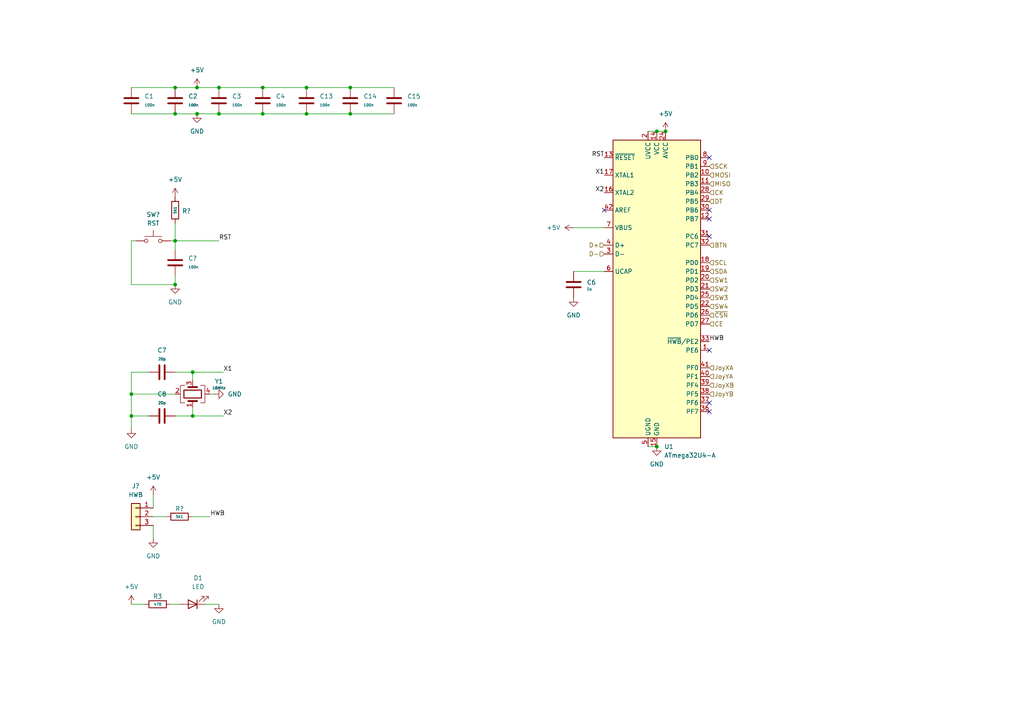
<source format=kicad_sch>
(kicad_sch (version 20250114) (generator "eeschema") (generator_version "9.0")
  (paper "A4")
  (lib_symbols
    (symbol "Connector_Generic:Conn_01x03" (pin_names (offset 1.016) (hide yes))
      (property "Reference" "J" (at 0 5.08 0))
      (property "Value" "Conn_01x03" (at 0 -5.08 0))
      (symbol "Conn_01x03_1_1"
        (rectangle (start -1.27 3.81) (end 1.27 -3.81) (stroke (width 0.254)) (fill (type background)))
        (rectangle (start -1.27 2.667) (end 0 2.413) (stroke (width 0.1524)))
        (rectangle (start -1.27 0.127) (end 0 -0.127) (stroke (width 0.1524)))
        (rectangle (start -1.27 -2.413) (end 0 -2.667) (stroke (width 0.1524)))
        (pin passive line (at -5.08 2.54 0) (length 3.81) (name "Pin_1") (number "1"))
        (pin passive line (at -5.08 0 0) (length 3.81) (name "Pin_2") (number "2"))
        (pin passive line (at -5.08 -2.54 0) (length 3.81) (name "Pin_3") (number "3"))
      )
    )
    (symbol "Device:C" (pin_numbers (hide yes)) (pin_names (offset 0.254))
      (property "Reference" "C" (at 0.635 2.54 0))
      (property "Value" "C" (at 0.635 -2.54 0))
      (symbol "C_0_1"
        (polyline (pts (xy -2.032 0.762) (xy 2.032 0.762)) (stroke (width 0.508)))
        (polyline (pts (xy -2.032 -0.762) (xy 2.032 -0.762)) (stroke (width 0.508)))
      )
      (symbol "C_1_1"
        (pin passive line (at 0 3.81 270) (length 2.794) (name "~") (number "1"))
        (pin passive line (at 0 -3.81 90) (length 2.794) (name "~") (number "2"))
      )
    )
    (symbol "Device:Crystal_GND24" (pin_names (offset 1.016) (hide yes))
      (property "Reference" "Y" (at 3.175 5.08 0))
      (property "Value" "Crystal_GND24" (at 3.175 3.175 0))
      (symbol "Crystal_GND24_0_1"
        (polyline (pts (xy -2.54 2.286) (xy -2.54 3.556) (xy 2.54 3.556) (xy 2.54 2.286)))
        (polyline (pts (xy -2.54 0) (xy -2.032 0)))
        (polyline (pts (xy -2.54 -2.286) (xy -2.54 -3.556) (xy 2.54 -3.556) (xy 2.54 -2.286)))
        (polyline (pts (xy -2.032 -1.27) (xy -2.032 1.27)) (stroke (width 0.508)))
        (rectangle (start -1.143 2.54) (end 1.143 -2.54) (stroke (width 0.3048)))
        (polyline (pts (xy 0 3.556) (xy 0 3.81)))
        (polyline (pts (xy 0 -3.81) (xy 0 -3.556)))
        (polyline (pts (xy 2.032 0) (xy 2.54 0)))
        (polyline (pts (xy 2.032 -1.27) (xy 2.032 1.27)) (stroke (width 0.508)))
      )
      (symbol "Crystal_GND24_1_1"
        (pin passive line (at -3.81 0 0) (length 1.27) (name "1") (number "1"))
        (pin passive line (at 0 5.08 270) (length 1.27) (name "2") (number "2"))
        (pin passive line (at 0 -5.08 90) (length 1.27) (name "4") (number "4"))
        (pin passive line (at 3.81 0 180) (length 1.27) (name "3") (number "3"))
      )
    )
    (symbol "Device:LED" (pin_numbers (hide yes)) (pin_names (offset 1.016) (hide yes))
      (property "Reference" "D" (at 0 2.54 0))
      (property "Value" "LED" (at 0 -2.54 0))
      (symbol "LED_0_1"
        (polyline (pts (xy -3.048 -0.762) (xy -4.572 -2.286) (xy -3.81 -2.286) (xy -4.572 -2.286) (xy -4.572 -1.524)))
        (polyline (pts (xy -1.778 -0.762) (xy -3.302 -2.286) (xy -2.54 -2.286) (xy -3.302 -2.286) (xy -3.302 -1.524)))
        (polyline (pts (xy -1.27 0) (xy 1.27 0)))
        (polyline (pts (xy -1.27 -1.27) (xy -1.27 1.27)) (stroke (width 0.254)))
        (polyline (pts (xy 1.27 -1.27) (xy 1.27 1.27) (xy -1.27 0) (xy 1.27 -1.27)) (stroke (width 0.254)))
      )
      (symbol "LED_1_1"
        (pin passive line (at -3.81 0 0) (length 2.54) (name "K") (number "1"))
        (pin passive line (at 3.81 0 180) (length 2.54) (name "A") (number "2"))
      )
    )
    (symbol "Device:R" (pin_numbers (hide yes)) (pin_names (offset 0))
      (property "Reference" "R" (at 2.032 0 90))
      (property "Value" "R" (at 0 0 90))
      (symbol "R_0_1"
        (rectangle (start -1.016 -2.54) (end 1.016 2.54) (stroke (width 0.254)))
      )
      (symbol "R_1_1"
        (pin passive line (at 0 3.81 270) (length 1.27) (name "~") (number "1"))
        (pin passive line (at 0 -3.81 90) (length 1.27) (name "~") (number "2"))
      )
    )
    (symbol "MCU_Microchip_ATmega:ATmega32U4-A"
      (property "Reference" "U" (at -12.7 44.45 0))
      (property "Value" "ATmega32U4-A" (at 2.54 -44.45 0))
      (symbol "ATmega32U4-A_0_1"
        (rectangle (start -12.7 -43.18) (end 12.7 43.18) (stroke (width 0.254)) (fill (type background)))
      )
      (symbol "ATmega32U4-A_1_1"
        (pin input line (at -15.24 38.1 0) (length 2.54) (name "~{RESET}") (number "13"))
        (pin input line (at -15.24 33.02 0) (length 2.54) (name "XTAL1") (number "17"))
        (pin output line (at -15.24 27.94 0) (length 2.54) (name "XTAL2") (number "16"))
        (pin passive line (at -15.24 22.86 0) (length 2.54) (name "AREF") (number "42"))
        (pin input line (at -15.24 17.78 0) (length 2.54) (name "VBUS") (number "7"))
        (pin bidirectional line (at -15.24 12.7 0) (length 2.54) (name "D+") (number "4"))
        (pin bidirectional line (at -15.24 10.16 0) (length 2.54) (name "D-") (number "3"))
        (pin passive line (at -15.24 5.08 0) (length 2.54) (name "UCAP") (number "6"))
        (pin power_in line (at -2.54 45.72 270) (length 2.54) (name "UVCC") (number "2"))
        (pin passive line (at -2.54 -45.72 90) (length 2.54) (name "UGND") (number "5"))
        (pin power_in line (at 0 45.72 270) (length 2.54) (name "VCC") (number "14"))
        (pin passive line (at 0 45.72 270) (length 2.54) (hide yes) (name "VCC") (number "34"))
        (pin power_in line (at 0 -45.72 90) (length 2.54) (name "GND") (number "15"))
        (pin passive line (at 0 -45.72 90) (length 2.54) (hide yes) (name "GND") (number "23"))
        (pin passive line (at 0 -45.72 90) (length 2.54) (hide yes) (name "GND") (number "35"))
        (pin passive line (at 0 -45.72 90) (length 2.54) (hide yes) (name "GND") (number "43"))
        (pin power_in line (at 2.54 45.72 270) (length 2.54) (name "AVCC") (number "24"))
        (pin passive line (at 2.54 45.72 270) (length 2.54) (hide yes) (name "AVCC") (number "44"))
        (pin bidirectional line (at 15.24 38.1 180) (length 2.54) (name "PB0") (number "8"))
        (pin bidirectional line (at 15.24 35.56 180) (length 2.54) (name "PB1") (number "9"))
        (pin bidirectional line (at 15.24 33.02 180) (length 2.54) (name "PB2") (number "10"))
        (pin bidirectional line (at 15.24 30.48 180) (length 2.54) (name "PB3") (number "11"))
        (pin bidirectional line (at 15.24 27.94 180) (length 2.54) (name "PB4") (number "28"))
        (pin bidirectional line (at 15.24 25.4 180) (length 2.54) (name "PB5") (number "29"))
        (pin bidirectional line (at 15.24 22.86 180) (length 2.54) (name "PB6") (number "30"))
        (pin bidirectional line (at 15.24 20.32 180) (length 2.54) (name "PB7") (number "12"))
        (pin bidirectional line (at 15.24 15.24 180) (length 2.54) (name "PC6") (number "31"))
        (pin bidirectional line (at 15.24 12.7 180) (length 2.54) (name "PC7") (number "32"))
        (pin bidirectional line (at 15.24 7.62 180) (length 2.54) (name "PD0") (number "18"))
        (pin bidirectional line (at 15.24 5.08 180) (length 2.54) (name "PD1") (number "19"))
        (pin bidirectional line (at 15.24 2.54 180) (length 2.54) (name "PD2") (number "20"))
        (pin bidirectional line (at 15.24 0 180) (length 2.54) (name "PD3") (number "21"))
        (pin bidirectional line (at 15.24 -2.54 180) (length 2.54) (name "PD4") (number "25"))
        (pin bidirectional line (at 15.24 -5.08 180) (length 2.54) (name "PD5") (number "22"))
        (pin bidirectional line (at 15.24 -7.62 180) (length 2.54) (name "PD6") (number "26"))
        (pin bidirectional line (at 15.24 -10.16 180) (length 2.54) (name "PD7") (number "27"))
        (pin bidirectional line (at 15.24 -15.24 180) (length 2.54) (name "~{HWB}/PE2") (number "33"))
        (pin bidirectional line (at 15.24 -17.78 180) (length 2.54) (name "PE6") (number "1"))
        (pin bidirectional line (at 15.24 -22.86 180) (length 2.54) (name "PF0") (number "41"))
        (pin bidirectional line (at 15.24 -25.4 180) (length 2.54) (name "PF1") (number "40"))
        (pin bidirectional line (at 15.24 -27.94 180) (length 2.54) (name "PF4") (number "39"))
        (pin bidirectional line (at 15.24 -30.48 180) (length 2.54) (name "PF5") (number "38"))
        (pin bidirectional line (at 15.24 -33.02 180) (length 2.54) (name "PF6") (number "37"))
        (pin bidirectional line (at 15.24 -35.56 180) (length 2.54) (name "PF7") (number "36"))
      )
    )
    (symbol "Switch:SW_Push" (pin_numbers (hide yes)) (pin_names (offset 1.016) (hide yes))
      (property "Reference" "SW" (at 1.27 2.54 0))
      (property "Value" "SW_Push" (at 0 -1.524 0))
      (symbol "SW_Push_0_1"
        (circle (center -2.032 0) (radius 0.508))
        (polyline (pts (xy 0 1.27) (xy 0 3.048)))
        (circle (center 2.032 0) (radius 0.508))
        (polyline (pts (xy 2.54 1.27) (xy -2.54 1.27)))
        (pin passive line (at -5.08 0 0) (length 2.54) (name "1") (number "1"))
        (pin passive line (at 5.08 0 180) (length 2.54) (name "2") (number "2"))
      )
    )
    (symbol "power:+5V" (power) (pin_numbers (hide yes)) (pin_names (offset 0) (hide yes))
      (property "Value" "+5V" (at 0 3.556 0))
      (symbol "+5V_0_1"
        (polyline (pts (xy -0.762 1.27) (xy 0 2.54)))
        (polyline (pts (xy 0 2.54) (xy 0.762 1.27)))
        (polyline (pts (xy 0 0) (xy 0 2.54)))
      )
      (symbol "+5V_1_1"
        (pin power_in line (at 0 0 90) (length 0) (name "~") (number "1"))
      )
    )
    (symbol "power:GND" (power) (pin_numbers (hide yes)) (pin_names (offset 0) (hide yes))
      (property "Value" "GND" (at 0 -3.81 0))
      (symbol "GND_0_1"
        (polyline (pts (xy 0 0) (xy 0 -1.27) (xy 1.27 -1.27) (xy 0 -2.54) (xy -1.27 -1.27) (xy 0 -1.27)))
      )
      (symbol "GND_1_1"
        (pin power_in line (at 0 0 270) (length 0) (name "~") (number "1"))
      )
    )
  )
  (junction (at 76.2 33.02))
  (junction (at 50.8 69.85))
  (junction (at 190.5 38.1))
  (junction (at 88.9 25.4))
  (junction (at 193.04 38.1))
  (junction (at 55.88 107.95))
  (junction (at 57.15 33.02))
  (junction (at 50.8 33.02))
  (junction (at 101.6 33.02))
  (junction (at 88.9 33.02))
  (junction (at 50.8 25.4))
  (junction (at 57.15 25.4))
  (junction (at 76.2 25.4))
  (junction (at 38.1 114.3))
  (junction (at 190.5 129.54))
  (junction (at 63.5 25.4))
  (junction (at 63.5 33.02))
  (junction (at 101.6 25.4))
  (junction (at 50.8 82.55))
  (junction (at 55.88 120.65))
  (junction (at 38.1 120.65))
  (no_connect (at 205.74 60.96))
  (no_connect (at 205.74 68.58))
  (no_connect (at 205.74 101.6))
  (no_connect (at 175.26 60.96))
  (no_connect (at 205.74 45.72))
  (no_connect (at 205.74 119.38))
  (no_connect (at 205.74 116.84))
  (no_connect (at 205.74 63.5))
  (wire (pts (xy 50.8 25.4) (xy 57.15 25.4)))
  (wire (pts (xy 49.53 175.26) (xy 52.07 175.26)))
  (wire (pts (xy 38.1 120.65) (xy 43.18 120.65)))
  (wire (pts (xy 44.45 152.4) (xy 44.45 156.21)))
  (wire (pts (xy 50.8 69.85) (xy 50.8 72.39)))
  (wire (pts (xy 187.96 129.54) (xy 190.5 129.54)))
  (wire (pts (xy 57.15 33.02) (xy 63.5 33.02)))
  (wire (pts (xy 190.5 38.1) (xy 193.04 38.1)))
  (wire (pts (xy 55.88 107.95) (xy 64.77 107.95)))
  (wire (pts (xy 166.37 66.04) (xy 175.26 66.04)))
  (wire (pts (xy 50.8 69.85) (xy 63.5 69.85)))
  (wire (pts (xy 63.5 33.02) (xy 76.2 33.02)))
  (wire (pts (xy 38.1 175.26) (xy 41.91 175.26)))
  (wire (pts (xy 50.8 120.65) (xy 55.88 120.65)))
  (wire (pts (xy 55.88 118.11) (xy 55.88 120.65)))
  (wire (pts (xy 88.9 33.02) (xy 101.6 33.02)))
  (wire (pts (xy 49.53 69.85) (xy 50.8 69.85)))
  (wire (pts (xy 63.5 25.4) (xy 76.2 25.4)))
  (wire (pts (xy 88.9 25.4) (xy 101.6 25.4)))
  (wire (pts (xy 57.15 25.4) (xy 63.5 25.4)))
  (wire (pts (xy 166.37 78.74) (xy 175.26 78.74)))
  (wire (pts (xy 38.1 107.95) (xy 38.1 114.3)))
  (wire (pts (xy 38.1 25.4) (xy 50.8 25.4)))
  (wire (pts (xy 60.96 114.3) (xy 62.23 114.3)))
  (wire (pts (xy 50.8 64.77) (xy 50.8 69.85)))
  (wire (pts (xy 38.1 69.85) (xy 38.1 82.55)))
  (wire (pts (xy 76.2 25.4) (xy 88.9 25.4)))
  (wire (pts (xy 101.6 33.02) (xy 114.3 33.02)))
  (wire (pts (xy 76.2 33.02) (xy 88.9 33.02)))
  (wire (pts (xy 38.1 114.3) (xy 50.8 114.3)))
  (wire (pts (xy 59.69 175.26) (xy 63.5 175.26)))
  (wire (pts (xy 55.88 107.95) (xy 50.8 107.95)))
  (wire (pts (xy 55.88 110.49) (xy 55.88 107.95)))
  (wire (pts (xy 44.45 143.51) (xy 44.45 147.32)))
  (wire (pts (xy 38.1 114.3) (xy 38.1 120.65)))
  (wire (pts (xy 38.1 107.95) (xy 43.18 107.95)))
  (wire (pts (xy 55.88 120.65) (xy 64.77 120.65)))
  (wire (pts (xy 50.8 33.02) (xy 57.15 33.02)))
  (wire (pts (xy 38.1 82.55) (xy 50.8 82.55)))
  (wire (pts (xy 101.6 25.4) (xy 114.3 25.4)))
  (wire (pts (xy 38.1 124.46) (xy 38.1 120.65)))
  (wire (pts (xy 50.8 82.55) (xy 50.8 80.01)))
  (wire (pts (xy 38.1 33.02) (xy 50.8 33.02)))
  (wire (pts (xy 187.96 38.1) (xy 190.5 38.1)))
  (wire (pts (xy 60.96 149.86) (xy 55.88 149.86)))
  (wire (pts (xy 48.26 149.86) (xy 44.45 149.86)))
  (wire (pts (xy 38.1 69.85) (xy 39.37 69.85)))
  (label "X1" (at 64.77 107.95 0))
  (label "RST" (at 175.26 45.72 180))
  (label "RST" (at 63.5 69.85 0))
  (label "X1" (at 175.26 50.8 180))
  (label "HWB" (at 60.96 149.86 0))
  (label "X2" (at 175.26 55.88 180))
  (label "X2" (at 64.77 120.65 0))
  (label "HWB" (at 205.74 99.06 0))
  (hierarchical_label "D+" (shape input) (at 175.26 71.12 180))
  (hierarchical_label "CE" (shape input) (at 205.74 93.98 0))
  (hierarchical_label "CK" (shape input) (at 205.74 55.88 0))
  (hierarchical_label "SW2" (shape input) (at 205.74 83.82 0))
  (hierarchical_label "MISO" (shape input) (at 205.74 53.34 0))
  (hierarchical_label "SCL" (shape input) (at 205.74 76.2 0))
  (hierarchical_label "JoyXA" (shape input) (at 205.74 106.68 0))
  (hierarchical_label "D-" (shape input) (at 175.26 73.66 180))
  (hierarchical_label "JoyXB" (shape input) (at 205.74 111.76 0))
  (hierarchical_label "SDA" (shape input) (at 205.74 78.74 0))
  (hierarchical_label "JoyYB" (shape input) (at 205.74 114.3 0))
  (hierarchical_label "MOSI" (shape input) (at 205.74 50.8 0))
  (hierarchical_label "SW3" (shape input) (at 205.74 86.36 0))
  (hierarchical_label "JoyYA" (shape input) (at 205.74 109.22 0))
  (hierarchical_label "SCK" (shape input) (at 205.74 48.26 0))
  (hierarchical_label "DT" (shape input) (at 205.74 58.42 0))
  (hierarchical_label "~{CSN}" (shape input) (at 205.74 91.44 0))
  (hierarchical_label "SW4" (shape input) (at 205.74 88.9 0))
  (hierarchical_label "BTN" (shape input) (at 205.74 71.12 0))
  (hierarchical_label "SW1" (shape input) (at 205.74 81.28 0))
  (symbol (lib_id "Device:C") (at 46.99 107.95 90) (unit 1)
    (property "Reference" "C7" (at 46.99 101.6 90))
    (property "Value" "20p" (at 46.99 104.14 90) (effects (font (size 0.762 0.762))))
    (property "Footprint" "Capacitor_SMD:C_0603_1608Metric" (effects (hide yes)))
    (property "Description" "Unpolarized capacitor" (effects (hide yes)))
  )
  (symbol (lib_id "power:GND") (at 57.15 33.02 0) (unit 1)
    (property "Reference" "#PWR02" (effects (hide yes)))
    (property "Value" "GND" (at 57.15 38.1 0))
    (property "Description" "Power symbol creates a global label with name \"GND\" , ground" (effects (hide yes)))
  )
  (symbol (lib_id "power:GND") (at 62.23 114.3 90) (unit 1)
    (property "Reference" "#PWR08" (effects (hide yes)))
    (property "Value" "GND" (at 66.04 114.2999 90) (effects (justify right)))
    (property "Description" "Power symbol creates a global label with name \"GND\" , ground" (effects (hide yes)))
  )
  (symbol (lib_id "Device:R") (at 45.72 175.26 270) (mirror x) (unit 1)
    (property "Reference" "R3" (at 45.72 172.974 90))
    (property "Value" "470" (at 45.72 175.26 90) (effects (font (size 0.762 0.762))))
    (property "Footprint" "Resistor_SMD:R_0603_1608Metric" (effects (hide yes)))
    (property "Description" "Resistor" (effects (hide yes)))
  )
  (symbol (lib_id "power:GND") (at 63.5 175.26 0) (unit 1)
    (property "Reference" "#PWR014" (effects (hide yes)))
    (property "Value" "GND" (at 63.5 180.34 0))
    (property "Description" "Power symbol creates a global label with name \"GND\" , ground" (effects (hide yes)))
  )
  (symbol (lib_id "Device:C") (at 50.8 76.2 0) (unit 1)
    (property "Reference" "C5" (at 54.61 74.9299 0) (effects (justify left)))
    (property "Value" "100n" (at 54.61 77.4699 0) (effects (font (size 0.762 0.762)) (justify left)))
    (property "Footprint" "Capacitor_SMD:C_0603_1608Metric" (effects (hide yes)))
    (property "Description" "Unpolarized capacitor" (effects (hide yes)))
    (instances (project "" (path "" (reference "C?") (unit 1)) (path "" (reference "C5") (unit 1))))
  )
  (symbol (lib_id "Device:R") (at 50.8 60.96 0) (unit 1)
    (property "Reference" "R1" (at 52.832 61.214 0) (effects (justify left)))
    (property "Value" "5k1" (at 50.8 60.96 90) (effects (font (size 0.762 0.762))))
    (property "Footprint" "Resistor_SMD:R_0603_1608Metric" (effects (hide yes)))
    (property "Description" "Resistor" (effects (hide yes)))
    (instances (project "" (path "" (reference "R?") (unit 1)) (path "" (reference "R1") (unit 1))))
  )
  (symbol (lib_id "power:+5V") (at 193.04 38.1 0) (unit 1)
    (property "Reference" "#PWR03" (effects (hide yes)))
    (property "Value" "+5V" (at 193.04 33.02 0))
    (property "Description" "Power symbol creates a global label with name \"+5V\"" (effects (hide yes)))
  )
  (symbol (lib_id "Device:C") (at 63.5 29.21 0) (unit 1)
    (property "Reference" "C3" (at 67.31 27.9399 0) (effects (justify left)))
    (property "Value" "100n" (at 67.31 30.4799 0) (effects (font (size 0.762 0.762)) (justify left)))
    (property "Footprint" "Capacitor_SMD:C_0603_1608Metric" (effects (hide yes)))
    (property "Description" "Unpolarized capacitor" (effects (hide yes)))
  )
  (symbol (lib_id "MCU_Microchip_ATmega:ATmega32U4-A") (at 190.5 83.82 0) (unit 1)
    (property "Reference" "U1" (at 192.6433 129.54 0) (effects (justify left)))
    (property "Value" "ATmega32U4-A" (at 192.6433 132.08 0) (effects (justify left)))
    (property "Footprint" "Package_QFP:TQFP-44_10x10mm_P0.8mm" (effects (hide yes)))
    (property "Datasheet" "http://ww1.microchip.com/downloads/en/DeviceDoc/Atmel-7766-8-bit-AVR-ATmega16U4-32U4_Datasheet.pdf" (effects (hide yes)))
    (property "Description" "16MHz, 32kB Flash, 2.5kB SRAM, 1kB EEPROM, USB 2.0, TQFP-44" (effects (hide yes)))
  )
  (symbol (lib_id "power:GND") (at 38.1 124.46 0) (unit 1)
    (property "Reference" "#PWR09" (effects (hide yes)))
    (property "Value" "GND" (at 38.1 129.54 0))
    (property "Description" "Power symbol creates a global label with name \"GND\" , ground" (effects (hide yes)))
  )
  (symbol (lib_id "power:+5V") (at 50.8 57.15 0) (unit 1)
    (property "Reference" "#PWR04" (effects (hide yes)))
    (property "Value" "+5V" (at 50.8 52.07 0))
    (property "Description" "Power symbol creates a global label with name \"+5V\"" (effects (hide yes)))
  )
  (symbol (lib_id "power:GND") (at 50.8 82.55 0) (unit 1)
    (property "Reference" "#PWR06" (effects (hide yes)))
    (property "Value" "GND" (at 50.8 87.63 0))
    (property "Description" "Power symbol creates a global label with name \"GND\" , ground" (effects (hide yes)))
    (instances (project "" (path "" (reference "#PWR?") (unit 1)) (path "" (reference "#PWR06") (unit 1))))
  )
  (symbol (lib_id "Device:C") (at 46.99 120.65 90) (unit 1)
    (property "Reference" "C8" (at 46.99 114.3 90))
    (property "Value" "20p" (at 46.99 116.84 90) (effects (font (size 0.762 0.762))))
    (property "Footprint" "Capacitor_SMD:C_0603_1608Metric" (effects (hide yes)))
    (property "Description" "Unpolarized capacitor" (effects (hide yes)))
  )
  (symbol (lib_id "power:+5V") (at 57.15 25.4 0) (unit 1)
    (property "Reference" "#PWR01" (effects (hide yes)))
    (property "Value" "+5V" (at 57.15 20.32 0))
    (property "Description" "Power symbol creates a global label with name \"+5V\"" (effects (hide yes)))
  )
  (symbol (lib_id "Device:C") (at 38.1 29.21 0) (unit 1)
    (property "Reference" "C1" (at 41.91 27.9399 0) (effects (justify left)))
    (property "Value" "100n" (at 41.91 30.4799 0) (effects (font (size 0.762 0.762)) (justify left)))
    (property "Footprint" "Capacitor_SMD:C_0603_1608Metric" (effects (hide yes)))
    (property "Description" "Unpolarized capacitor" (effects (hide yes)))
  )
  (symbol (lib_id "power:+5V") (at 38.1 175.26 0) (unit 1)
    (property "Reference" "#PWR013" (effects (hide yes)))
    (property "Value" "+5V" (at 38.1 170.18 0))
    (property "Description" "Power symbol creates a global label with name \"+5V\"" (effects (hide yes)))
  )
  (symbol (lib_id "Device:R") (at 52.07 149.86 270) (mirror x) (unit 1)
    (property "Reference" "R2" (at 52.07 147.574 90))
    (property "Value" "5k1" (at 52.07 149.86 90) (effects (font (size 0.762 0.762))))
    (property "Footprint" "Resistor_SMD:R_0603_1608Metric" (effects (hide yes)))
    (property "Description" "Resistor" (effects (hide yes)))
    (instances (project "" (path "" (reference "R?") (unit 1)) (path "" (reference "R2") (unit 1))))
  )
  (symbol (lib_id "power:GND") (at 190.5 129.54 0) (unit 1)
    (property "Reference" "#PWR010" (effects (hide yes)))
    (property "Value" "GND" (at 190.5 134.62 0))
    (property "Description" "Power symbol creates a global label with name \"GND\" , ground" (effects (hide yes)))
  )
  (symbol (lib_id "power:+5V") (at 166.37 66.04 90) (unit 1)
    (property "Reference" "#PWR05" (effects (hide yes)))
    (property "Value" "+5V" (at 162.56 66.0399 90) (effects (justify left)))
    (property "Description" "Power symbol creates a global label with name \"+5V\"" (effects (hide yes)))
  )
  (symbol (lib_id "Device:LED") (at 55.88 175.26 180) (unit 1)
    (property "Reference" "D1" (at 57.4675 167.64 0))
    (property "Value" "LED" (at 57.4675 170.18 0))
    (property "Footprint" "LED_SMD:LED_1206_3216Metric" (effects (hide yes)))
    (property "Description" "Light emitting diode" (effects (hide yes)))
    (property "Sim.Pins" "1=K 2=A" (effects (hide yes)))
  )
  (symbol (lib_id "Device:C") (at 50.8 29.21 0) (unit 1)
    (property "Reference" "C2" (at 54.61 27.9399 0) (effects (justify left)))
    (property "Value" "100n" (at 54.61 30.4799 0) (effects (font (size 0.762 0.762)) (justify left)))
    (property "Footprint" "Capacitor_SMD:C_0603_1608Metric" (effects (hide yes)))
    (property "Description" "Unpolarized capacitor" (effects (hide yes)))
  )
  (symbol (lib_id "Device:C") (at 166.37 82.55 180) (unit 1)
    (property "Reference" "C6" (at 170.18 81.9149 0) (effects (justify right)))
    (property "Value" "1u" (at 170.18 83.82 0) (effects (font (size 0.762 0.762)) (justify right)))
    (property "Footprint" "Capacitor_SMD:C_0603_1608Metric" (effects (hide yes)))
    (property "Description" "Unpolarized capacitor" (effects (hide yes)))
  )
  (symbol (lib_id "Device:C") (at 101.6 29.21 0) (unit 1)
    (property "Reference" "C14" (at 105.41 27.9399 0) (effects (justify left)))
    (property "Value" "100n" (at 105.41 30.4799 0) (effects (font (size 0.762 0.762)) (justify left)))
    (property "Footprint" "Capacitor_SMD:C_0603_1608Metric" (effects (hide yes)))
    (property "Description" "Unpolarized capacitor" (effects (hide yes)))
  )
  (symbol (lib_id "Device:C") (at 114.3 29.21 0) (unit 1)
    (property "Reference" "C15" (at 118.11 27.9399 0) (effects (justify left)))
    (property "Value" "100n" (at 118.11 30.4799 0) (effects (font (size 0.762 0.762)) (justify left)))
    (property "Footprint" "Capacitor_SMD:C_0603_1608Metric" (effects (hide yes)))
    (property "Description" "Unpolarized capacitor" (effects (hide yes)))
  )
  (symbol (lib_id "power:+5V") (at 44.45 143.51 0) (unit 1)
    (property "Reference" "#PWR011" (effects (hide yes)))
    (property "Value" "+5V" (at 44.45 138.43 0))
    (property "Description" "Power symbol creates a global label with name \"+5V\"" (effects (hide yes)))
  )
  (symbol (lib_id "Connector_Generic:Conn_01x03") (at 39.37 149.86 0) (mirror y) (unit 1)
    (property "Reference" "J1" (at 39.37 140.97 0))
    (property "Value" "HWB" (at 39.37 143.51 0))
    (property "Footprint" "Connector_PinHeader_2.54mm:PinHeader_1x03_P2.54mm_Vertical" (effects (hide yes)))
    (property "Description" "Generic connector, single row, 01x03, script generated (kicad-library-utils/schlib/autogen/connector/)" (effects (hide yes)))
    (instances (project "" (path "" (reference "J?") (unit 1)) (path "" (reference "J1") (unit 1))))
  )
  (symbol (lib_id "Switch:SW_Push") (at 44.45 69.85 0) (unit 1)
    (property "Reference" "SW1" (at 44.45 62.23 0))
    (property "Value" "RST" (at 44.45 64.77 0))
    (property "Footprint" "Button_Switch_THT:SW_PUSH_6mm_H4.3mm" (effects (hide yes)))
    (property "Description" "Push button switch, generic, two pins" (effects (hide yes)))
    (instances (project "" (path "" (reference "SW?") (unit 1)) (path "" (reference "SW1") (unit 1))))
  )
  (symbol (lib_id "Device:C") (at 88.9 29.21 0) (unit 1)
    (property "Reference" "C13" (at 92.71 27.9399 0) (effects (justify left)))
    (property "Value" "100n" (at 92.71 30.4799 0) (effects (font (size 0.762 0.762)) (justify left)))
    (property "Footprint" "Capacitor_SMD:C_0603_1608Metric" (effects (hide yes)))
    (property "Description" "Unpolarized capacitor" (effects (hide yes)))
  )
  (symbol (lib_id "power:GND") (at 166.37 86.36 0) (unit 1)
    (property "Reference" "#PWR07" (effects (hide yes)))
    (property "Value" "GND" (at 166.37 91.44 0))
    (property "Description" "Power symbol creates a global label with name \"GND\" , ground" (effects (hide yes)))
  )
  (symbol (lib_id "power:GND") (at 44.45 156.21 0) (mirror y) (unit 1)
    (property "Reference" "#PWR012" (effects (hide yes)))
    (property "Value" "GND" (at 44.45 161.29 0))
    (property "Description" "Power symbol creates a global label with name \"GND\" , ground" (effects (hide yes)))
    (instances (project "" (path "" (reference "#PWR?") (unit 1)) (path "" (reference "#PWR012") (unit 1))))
  )
  (symbol (lib_id "Device:Crystal_GND24") (at 55.88 114.3 90) (unit 1)
    (property "Reference" "Y1" (at 63.5 110.6168 90))
    (property "Value" "16MHz" (at 63.5 112.5219 90) (effects (font (size 0.762 0.762))))
    (property "Footprint" "Crystal:Crystal_SMD_7050-4Pin_7.0x5.0mm" (effects (hide yes)))
    (property "Description" "Four pin crystal, GND on pins 2 and 4" (effects (hide yes)))
    (instances (project "" (path "" (reference "Y1") (unit 1))) (project "" (path "" (reference "Y?") (unit 1))))
  )
  (symbol (lib_id "Device:C") (at 76.2 29.21 0) (unit 1)
    (property "Reference" "C4" (at 80.01 27.9399 0) (effects (justify left)))
    (property "Value" "100n" (at 80.01 30.4799 0) (effects (font (size 0.762 0.762)) (justify left)))
    (property "Footprint" "Capacitor_SMD:C_0603_1608Metric" (effects (hide yes)))
    (property "Description" "Unpolarized capacitor" (effects (hide yes)))
  )
)
</source>
